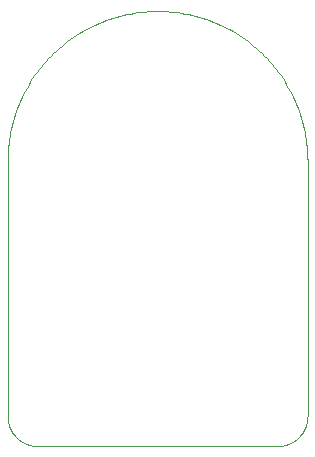
<source format=gbo>
G75*
%MOIN*%
%OFA0B0*%
%FSLAX25Y25*%
%IPPOS*%
%LPD*%
%AMOC8*
5,1,8,0,0,1.08239X$1,22.5*
%
%ADD10C,0.00000*%
D10*
X0011800Y0024006D02*
X0091800Y0024006D01*
X0092042Y0024009D01*
X0092283Y0024018D01*
X0092524Y0024032D01*
X0092765Y0024053D01*
X0093005Y0024079D01*
X0093245Y0024111D01*
X0093484Y0024149D01*
X0093721Y0024192D01*
X0093958Y0024242D01*
X0094193Y0024297D01*
X0094427Y0024357D01*
X0094659Y0024424D01*
X0094890Y0024495D01*
X0095119Y0024573D01*
X0095346Y0024656D01*
X0095571Y0024744D01*
X0095794Y0024838D01*
X0096014Y0024937D01*
X0096232Y0025042D01*
X0096447Y0025151D01*
X0096660Y0025266D01*
X0096870Y0025386D01*
X0097076Y0025511D01*
X0097280Y0025641D01*
X0097481Y0025776D01*
X0097678Y0025916D01*
X0097872Y0026060D01*
X0098062Y0026209D01*
X0098248Y0026363D01*
X0098431Y0026521D01*
X0098610Y0026683D01*
X0098785Y0026850D01*
X0098956Y0027021D01*
X0099123Y0027196D01*
X0099285Y0027375D01*
X0099443Y0027558D01*
X0099597Y0027744D01*
X0099746Y0027934D01*
X0099890Y0028128D01*
X0100030Y0028325D01*
X0100165Y0028526D01*
X0100295Y0028730D01*
X0100420Y0028936D01*
X0100540Y0029146D01*
X0100655Y0029359D01*
X0100764Y0029574D01*
X0100869Y0029792D01*
X0100968Y0030012D01*
X0101062Y0030235D01*
X0101150Y0030460D01*
X0101233Y0030687D01*
X0101311Y0030916D01*
X0101382Y0031147D01*
X0101449Y0031379D01*
X0101509Y0031613D01*
X0101564Y0031848D01*
X0101614Y0032085D01*
X0101657Y0032322D01*
X0101695Y0032561D01*
X0101727Y0032801D01*
X0101753Y0033041D01*
X0101774Y0033282D01*
X0101788Y0033523D01*
X0101797Y0033764D01*
X0101800Y0034006D01*
X0101800Y0119006D01*
X0101785Y0120224D01*
X0101741Y0121440D01*
X0101667Y0122656D01*
X0101563Y0123869D01*
X0101430Y0125079D01*
X0101267Y0126286D01*
X0101075Y0127488D01*
X0100854Y0128686D01*
X0100604Y0129878D01*
X0100325Y0131063D01*
X0100017Y0132241D01*
X0099680Y0133411D01*
X0099315Y0134573D01*
X0098922Y0135725D01*
X0098501Y0136868D01*
X0098052Y0137999D01*
X0097576Y0139120D01*
X0097072Y0140229D01*
X0096542Y0141325D01*
X0095985Y0142408D01*
X0095402Y0143477D01*
X0094794Y0144531D01*
X0094159Y0145571D01*
X0093500Y0146594D01*
X0092816Y0147602D01*
X0092107Y0148592D01*
X0091375Y0149565D01*
X0090619Y0150519D01*
X0089840Y0151455D01*
X0089039Y0152372D01*
X0088215Y0153269D01*
X0087370Y0154145D01*
X0086504Y0155001D01*
X0085617Y0155836D01*
X0084710Y0156648D01*
X0083784Y0157438D01*
X0082838Y0158206D01*
X0081875Y0158950D01*
X0080893Y0159670D01*
X0079894Y0160367D01*
X0078879Y0161039D01*
X0077847Y0161686D01*
X0076800Y0162307D01*
X0075738Y0162903D01*
X0074662Y0163473D01*
X0073573Y0164017D01*
X0072470Y0164533D01*
X0071355Y0165023D01*
X0070229Y0165486D01*
X0069092Y0165921D01*
X0067944Y0166328D01*
X0066787Y0166707D01*
X0065621Y0167058D01*
X0064447Y0167380D01*
X0063265Y0167674D01*
X0062076Y0167939D01*
X0060882Y0168174D01*
X0059682Y0168381D01*
X0058477Y0168558D01*
X0057269Y0168706D01*
X0056057Y0168824D01*
X0054842Y0168913D01*
X0053626Y0168973D01*
X0052409Y0169002D01*
X0051191Y0169002D01*
X0049974Y0168973D01*
X0048758Y0168913D01*
X0047543Y0168824D01*
X0046331Y0168706D01*
X0045123Y0168558D01*
X0043918Y0168381D01*
X0042718Y0168174D01*
X0041524Y0167939D01*
X0040335Y0167674D01*
X0039153Y0167380D01*
X0037979Y0167058D01*
X0036813Y0166707D01*
X0035656Y0166328D01*
X0034508Y0165921D01*
X0033371Y0165486D01*
X0032245Y0165023D01*
X0031130Y0164533D01*
X0030027Y0164017D01*
X0028938Y0163473D01*
X0027862Y0162903D01*
X0026800Y0162307D01*
X0025753Y0161686D01*
X0024721Y0161039D01*
X0023706Y0160367D01*
X0022707Y0159670D01*
X0021725Y0158950D01*
X0020762Y0158206D01*
X0019816Y0157438D01*
X0018890Y0156648D01*
X0017983Y0155836D01*
X0017096Y0155001D01*
X0016230Y0154145D01*
X0015385Y0153269D01*
X0014561Y0152372D01*
X0013760Y0151455D01*
X0012981Y0150519D01*
X0012225Y0149565D01*
X0011493Y0148592D01*
X0010784Y0147602D01*
X0010100Y0146594D01*
X0009441Y0145571D01*
X0008806Y0144531D01*
X0008198Y0143477D01*
X0007615Y0142408D01*
X0007058Y0141325D01*
X0006528Y0140229D01*
X0006024Y0139120D01*
X0005548Y0137999D01*
X0005099Y0136868D01*
X0004678Y0135725D01*
X0004285Y0134573D01*
X0003920Y0133411D01*
X0003583Y0132241D01*
X0003275Y0131063D01*
X0002996Y0129878D01*
X0002746Y0128686D01*
X0002525Y0127488D01*
X0002333Y0126286D01*
X0002170Y0125079D01*
X0002037Y0123869D01*
X0001933Y0122656D01*
X0001859Y0121440D01*
X0001815Y0120224D01*
X0001800Y0119006D01*
X0001800Y0034006D01*
X0001803Y0033764D01*
X0001812Y0033523D01*
X0001826Y0033282D01*
X0001847Y0033041D01*
X0001873Y0032801D01*
X0001905Y0032561D01*
X0001943Y0032322D01*
X0001986Y0032085D01*
X0002036Y0031848D01*
X0002091Y0031613D01*
X0002151Y0031379D01*
X0002218Y0031147D01*
X0002289Y0030916D01*
X0002367Y0030687D01*
X0002450Y0030460D01*
X0002538Y0030235D01*
X0002632Y0030012D01*
X0002731Y0029792D01*
X0002836Y0029574D01*
X0002945Y0029359D01*
X0003060Y0029146D01*
X0003180Y0028936D01*
X0003305Y0028730D01*
X0003435Y0028526D01*
X0003570Y0028325D01*
X0003710Y0028128D01*
X0003854Y0027934D01*
X0004003Y0027744D01*
X0004157Y0027558D01*
X0004315Y0027375D01*
X0004477Y0027196D01*
X0004644Y0027021D01*
X0004815Y0026850D01*
X0004990Y0026683D01*
X0005169Y0026521D01*
X0005352Y0026363D01*
X0005538Y0026209D01*
X0005728Y0026060D01*
X0005922Y0025916D01*
X0006119Y0025776D01*
X0006320Y0025641D01*
X0006524Y0025511D01*
X0006730Y0025386D01*
X0006940Y0025266D01*
X0007153Y0025151D01*
X0007368Y0025042D01*
X0007586Y0024937D01*
X0007806Y0024838D01*
X0008029Y0024744D01*
X0008254Y0024656D01*
X0008481Y0024573D01*
X0008710Y0024495D01*
X0008941Y0024424D01*
X0009173Y0024357D01*
X0009407Y0024297D01*
X0009642Y0024242D01*
X0009879Y0024192D01*
X0010116Y0024149D01*
X0010355Y0024111D01*
X0010595Y0024079D01*
X0010835Y0024053D01*
X0011076Y0024032D01*
X0011317Y0024018D01*
X0011558Y0024009D01*
X0011800Y0024006D01*
M02*

</source>
